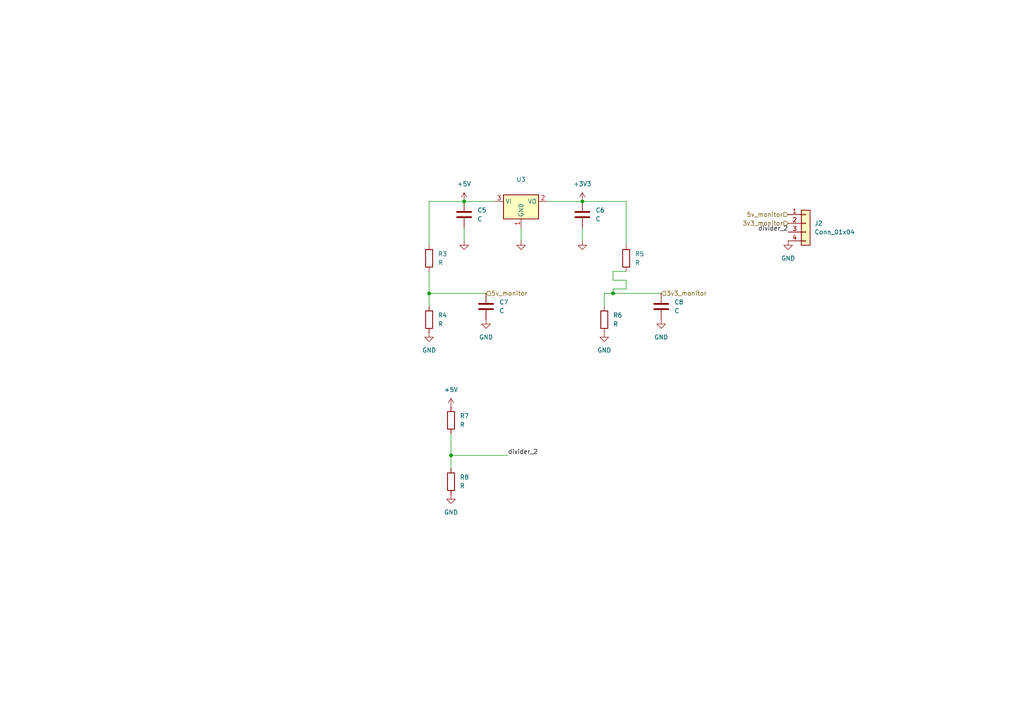
<source format=kicad_sch>
(kicad_sch (version 20231120) (generator "eeschema") (generator_version "8.0")
  (paper "A4")
  (lib_symbols
    (symbol "Connector_Generic:Conn_01x04" (pin_names (offset 1.016) hide)
      (property "Reference" "J" (at 0 5.08 0))
      (property "Value" "Conn_01x04" (at 0 -7.62 0))
      (symbol "Conn_01x04_1_1"
        (rectangle (start -1.27 -4.953) (end 0 -5.207) (stroke (width 0.1524)))
        (rectangle (start -1.27 -2.413) (end 0 -2.667) (stroke (width 0.1524)))
        (rectangle (start -1.27 0.127) (end 0 -0.127) (stroke (width 0.1524)))
        (rectangle (start -1.27 2.667) (end 0 2.413) (stroke (width 0.1524)))
        (rectangle (start -1.27 3.81) (end 1.27 -6.35) (stroke (width 0.254)) (fill (type background)))
        (pin passive line (at -5.08 2.54 0) (length 3.81) (name "Pin_1") (number "1"))
        (pin passive line (at -5.08 0 0) (length 3.81) (name "Pin_2") (number "2"))
        (pin passive line (at -5.08 -2.54 0) (length 3.81) (name "Pin_3") (number "3"))
        (pin passive line (at -5.08 -5.08 0) (length 3.81) (name "Pin_4") (number "4"))
      )
    )
    (symbol "Device:C" (pin_numbers hide) (pin_names (offset 0.254))
      (property "Reference" "C" (at 0.635 2.54 0))
      (property "Value" "C" (at 0.635 -2.54 0))
      (symbol "C_0_1"
        (polyline (pts (xy -2.032 -0.762) (xy 2.032 -0.762)) (stroke (width 0.508)))
        (polyline (pts (xy -2.032 0.762) (xy 2.032 0.762)) (stroke (width 0.508)))
      )
      (symbol "C_1_1"
        (pin passive line (at 0 3.81 270) (length 2.794) (name "~") (number "1"))
        (pin passive line (at 0 -3.81 90) (length 2.794) (name "~") (number "2"))
      )
    )
    (symbol "Device:R" (pin_numbers hide) (pin_names (offset 0))
      (property "Reference" "R" (at 2.032 0 90))
      (property "Value" "R" (at 0 0 90))
      (symbol "R_0_1"
        (rectangle (start -1.016 -2.54) (end 1.016 2.54) (stroke (width 0.254)))
      )
      (symbol "R_1_1"
        (pin passive line (at 0 3.81 270) (length 1.27) (name "~") (number "1"))
        (pin passive line (at 0 -3.81 90) (length 1.27) (name "~") (number "2"))
      )
    )
    (symbol "Regulator_Linear:NCP1117-3.3_SOT223"
      (property "Reference" "U" (at -3.81 3.175 0))
      (property "Value" "NCP1117-3.3_SOT223" (at 0 3.175 0))
      (symbol "NCP1117-3.3_SOT223_0_1"
        (rectangle (start -5.08 -5.08) (end 5.08 1.905) (stroke (width 0.254)) (fill (type background)))
      )
      (symbol "NCP1117-3.3_SOT223_1_1"
        (pin power_in line (at 0 -7.62 90) (length 2.54) (name "GND") (number "1"))
        (pin power_out line (at 7.62 0 180) (length 2.54) (name "VO") (number "2"))
        (pin power_in line (at -7.62 0 0) (length 2.54) (name "VI") (number "3"))
      )
    )
    (symbol "power:+3V3" (power) (pin_numbers hide) (pin_names (offset 0) hide)
      (property "Value" "+3V3" (at 0 3.556 0))
      (symbol "+3V3_0_1"
        (polyline (pts (xy -0.762 1.27) (xy 0 2.54)))
        (polyline (pts (xy 0 0) (xy 0 2.54)))
        (polyline (pts (xy 0 2.54) (xy 0.762 1.27)))
      )
      (symbol "+3V3_1_1"
        (pin power_in line (at 0 0 90) (length 0) (name "~") (number "1"))
      )
    )
    (symbol "power:+5V" (power) (pin_numbers hide) (pin_names (offset 0) hide)
      (property "Value" "+5V" (at 0 3.556 0))
      (symbol "+5V_0_1"
        (polyline (pts (xy -0.762 1.27) (xy 0 2.54)))
        (polyline (pts (xy 0 0) (xy 0 2.54)))
        (polyline (pts (xy 0 2.54) (xy 0.762 1.27)))
      )
      (symbol "+5V_1_1"
        (pin power_in line (at 0 0 90) (length 0) (name "~") (number "1"))
      )
    )
    (symbol "power:GND" (power) (pin_numbers hide) (pin_names (offset 0) hide)
      (property "Value" "GND" (at 0 -3.81 0))
      (symbol "GND_0_1"
        (polyline (pts (xy 0 0) (xy 0 -1.27) (xy 1.27 -1.27) (xy 0 -2.54) (xy -1.27 -1.27) (xy 0 -1.27)))
      )
      (symbol "GND_1_1"
        (pin power_in line (at 0 0 270) (length 0) (name "~") (number "1"))
      )
    )
  )
  (junction (at 124.46 85.09))
  (junction (at 134.62 58.42))
  (junction (at 130.81 132.08))
  (junction (at 168.91 58.42))
  (junction (at 177.8 85.09))
  (wire (pts (xy 124.46 58.42) (xy 134.62 58.42)))
  (wire (pts (xy 130.81 132.08) (xy 130.81 135.89)))
  (wire (pts (xy 130.81 132.08) (xy 147.32 132.08)))
  (wire (pts (xy 175.26 85.09) (xy 175.26 88.9)))
  (wire (pts (xy 168.91 69.85) (xy 168.91 66.04)))
  (wire (pts (xy 124.46 85.09) (xy 140.97 85.09)))
  (wire (pts (xy 177.8 85.09) (xy 191.77 85.09)))
  (wire (pts (xy 124.46 58.42) (xy 124.46 71.12)))
  (wire (pts (xy 158.75 58.42) (xy 168.91 58.42)))
  (wire (pts (xy 177.8 81.28) (xy 181.61 81.28)))
  (wire (pts (xy 130.81 125.73) (xy 130.81 132.08)))
  (wire (pts (xy 134.62 58.42) (xy 143.51 58.42)))
  (wire (pts (xy 177.8 78.74) (xy 177.8 81.28)))
  (wire (pts (xy 181.61 83.82) (xy 177.8 83.82)))
  (wire (pts (xy 181.61 78.74) (xy 177.8 78.74)))
  (wire (pts (xy 181.61 58.42) (xy 168.91 58.42)))
  (wire (pts (xy 177.8 83.82) (xy 177.8 85.09)))
  (wire (pts (xy 134.62 69.85) (xy 134.62 66.04)))
  (wire (pts (xy 175.26 85.09) (xy 177.8 85.09)))
  (wire (pts (xy 181.61 58.42) (xy 181.61 71.12)))
  (wire (pts (xy 151.13 69.85) (xy 151.13 66.04)))
  (wire (pts (xy 181.61 81.28) (xy 181.61 83.82)))
  (wire (pts (xy 124.46 78.74) (xy 124.46 85.09)))
  (wire (pts (xy 124.46 85.09) (xy 124.46 88.9)))
  (label "divider_2" (at 228.6 67.31 180))
  (label "divider_2" (at 147.32 132.08 0))
  (hierarchical_label "5v_monitor" (shape input) (at 140.97 85.09 0))
  (hierarchical_label "5v_monitor" (shape input) (at 228.6 62.23 180))
  (hierarchical_label "3v3_monitor" (shape input) (at 228.6 64.77 180))
  (hierarchical_label "3v3_monitor" (shape input) (at 191.77 85.09 0))
  (symbol (lib_id "Device:R") (at 175.26 92.71 0) (unit 1)
    (property "Reference" "R6" (at 177.8 91.4399 0) (effects (justify left)))
    (property "Value" "R" (at 177.8 93.9799 0) (effects (justify left)))
    (property "Footprint" "Resistor_SMD:R_0603_1608Metric" (effects (hide yes)))
    (property "Description" "Resistor" (effects (hide yes)))
  )
  (symbol (lib_id "power:+5V") (at 130.81 118.11 0) (unit 1)
    (property "Reference" "#PWR024" (effects (hide yes)))
    (property "Value" "+5V" (at 130.81 113.03 0))
    (property "Description" "Power symbol creates a global label with name \"+5V\"" (effects (hide yes)))
  )
  (symbol (lib_id "power:GND") (at 140.97 92.71 0) (unit 1)
    (property "Reference" "#PWR019" (effects (hide yes)))
    (property "Value" "GND" (at 140.97 97.79 0))
    (property "Description" "Power symbol creates a global label with name \"GND\" , ground" (effects (hide yes)))
  )
  (symbol (lib_id "Device:C") (at 191.77 88.9 0) (unit 1)
    (property "Reference" "C8" (at 195.58 87.6299 0) (effects (justify left)))
    (property "Value" "C" (at 195.58 90.1699 0) (effects (justify left)))
    (property "Description" "Unpolarized capacitor" (effects (hide yes)))
  )
  (symbol (lib_id "Device:R") (at 130.81 139.7 0) (unit 1)
    (property "Reference" "R8" (at 133.35 138.4299 0) (effects (justify left)))
    (property "Value" "R" (at 133.35 140.9699 0) (effects (justify left)))
    (property "Footprint" "Resistor_SMD:R_0603_1608Metric" (effects (hide yes)))
    (property "Description" "Resistor" (effects (hide yes)))
  )
  (symbol (lib_id "Connector_Generic:Conn_01x04") (at 233.68 64.77 0) (unit 1)
    (property "Reference" "J2" (at 236.22 64.7699 0) (effects (justify left)))
    (property "Value" "Conn_01x04" (at 236.22 67.3099 0) (effects (justify left)))
    (property "Description" "Generic connector, single row, 01x04, script generated (kicad-library-utils/schlib/autogen/connector/)" (effects (hide yes)))
  )
  (symbol (lib_id "power:GND") (at 134.62 69.85 0) (unit 1)
    (property "Reference" "#PWR010" (effects (hide yes)))
    (property "Value" "GND" (effects (hide yes)))
    (property "Description" "Power symbol creates a global label with name \"GND\" , ground" (effects (hide yes)))
  )
  (symbol (lib_id "power:GND") (at 130.81 143.51 0) (unit 1)
    (property "Reference" "#PWR023" (effects (hide yes)))
    (property "Value" "GND" (at 130.81 148.59 0))
    (property "Description" "Power symbol creates a global label with name \"GND\" , ground" (effects (hide yes)))
  )
  (symbol (lib_id "power:+3V3") (at 168.91 58.42 0) (unit 1)
    (property "Reference" "#PWR016" (effects (hide yes)))
    (property "Value" "+3V3" (at 168.91 53.34 0))
    (property "Description" "Power symbol creates a global label with name \"+3V3\"" (effects (hide yes)))
  )
  (symbol (lib_id "power:GND") (at 151.13 69.85 0) (unit 1)
    (property "Reference" "#PWR015" (effects (hide yes)))
    (property "Value" "GND" (effects (hide yes)))
    (property "Description" "Power symbol creates a global label with name \"GND\" , ground" (effects (hide yes)))
  )
  (symbol (lib_id "Device:R") (at 124.46 92.71 0) (unit 1)
    (property "Reference" "R4" (at 127 91.4399 0) (effects (justify left)))
    (property "Value" "R" (at 127 93.9799 0) (effects (justify left)))
    (property "Footprint" "Resistor_SMD:R_0603_1608Metric" (effects (hide yes)))
    (property "Description" "Resistor" (effects (hide yes)))
  )
  (symbol (lib_id "power:GND") (at 124.46 96.52 0) (unit 1)
    (property "Reference" "#PWR018" (effects (hide yes)))
    (property "Value" "GND" (at 124.46 101.6 0))
    (property "Description" "Power symbol creates a global label with name \"GND\" , ground" (effects (hide yes)))
  )
  (symbol (lib_id "Device:C") (at 134.62 62.23 0) (unit 1)
    (property "Reference" "C5" (at 138.43 60.9599 0) (effects (justify left)))
    (property "Value" "C" (at 138.43 63.4999 0) (effects (justify left)))
    (property "Footprint" "Capacitor_SMD:C_0603_1608Metric" (effects (hide yes)))
    (property "Description" "Unpolarized capacitor" (effects (hide yes)))
  )
  (symbol (lib_id "Device:R") (at 181.61 74.93 0) (unit 1)
    (property "Reference" "R5" (at 184.15 73.6599 0) (effects (justify left)))
    (property "Value" "R" (at 184.15 76.1999 0) (effects (justify left)))
    (property "Footprint" "Resistor_SMD:R_0603_1608Metric" (effects (hide yes)))
    (property "Description" "Resistor" (effects (hide yes)))
  )
  (symbol (lib_id "power:GND") (at 175.26 96.52 0) (unit 1)
    (property "Reference" "#PWR020" (effects (hide yes)))
    (property "Value" "GND" (at 175.26 101.6 0))
    (property "Description" "Power symbol creates a global label with name \"GND\" , ground" (effects (hide yes)))
  )
  (symbol (lib_id "power:GND") (at 228.6 69.85 0) (unit 1)
    (property "Reference" "#PWR022" (effects (hide yes)))
    (property "Value" "GND" (at 228.6 74.93 0))
    (property "Description" "Power symbol creates a global label with name \"GND\" , ground" (effects (hide yes)))
  )
  (symbol (lib_id "Device:R") (at 130.81 121.92 0) (unit 1)
    (property "Reference" "R7" (at 133.35 120.6499 0) (effects (justify left)))
    (property "Value" "R" (at 133.35 123.1899 0) (effects (justify left)))
    (property "Footprint" "Resistor_SMD:R_0603_1608Metric" (effects (hide yes)))
    (property "Description" "Resistor" (effects (hide yes)))
  )
  (symbol (lib_id "Device:C") (at 140.97 88.9 0) (unit 1)
    (property "Reference" "C7" (at 144.78 87.6299 0) (effects (justify left)))
    (property "Value" "C" (at 144.78 90.1699 0) (effects (justify left)))
    (property "Description" "Unpolarized capacitor" (effects (hide yes)))
  )
  (symbol (lib_id "Regulator_Linear:NCP1117-3.3_SOT223") (at 151.13 58.42 0) (unit 1)
    (property "Reference" "U3" (at 151.13 52.07 0))
    (property "Value" "NCP1117-3.3_SOT223" (effects (hide yes)))
    (property "Footprint" "Package_TO_SOT_SMD:SOT-223-3_TabPin2" (effects (hide yes)))
    (property "Datasheet" "http://www.onsemi.com/pub_link/Collateral/NCP1117-D.PDF" (effects (hide yes)))
    (property "Description" "1A Low drop-out regulator, Fixed Output 3.3V, SOT-223" (effects (hide yes)))
  )
  (symbol (lib_id "power:GND") (at 191.77 92.71 0) (unit 1)
    (property "Reference" "#PWR021" (effects (hide yes)))
    (property "Value" "GND" (at 191.77 97.79 0))
    (property "Description" "Power symbol creates a global label with name \"GND\" , ground" (effects (hide yes)))
  )
  (symbol (lib_id "power:GND") (at 168.91 69.85 0) (unit 1)
    (property "Reference" "#PWR017" (effects (hide yes)))
    (property "Value" "GND" (effects (hide yes)))
    (property "Description" "Power symbol creates a global label with name \"GND\" , ground" (effects (hide yes)))
  )
  (symbol (lib_id "Device:C") (at 168.91 62.23 0) (unit 1)
    (property "Reference" "C6" (at 172.72 60.9599 0) (effects (justify left)))
    (property "Value" "C" (at 172.72 63.4999 0) (effects (justify left)))
    (property "Footprint" "Capacitor_SMD:C_0603_1608Metric" (effects (hide yes)))
    (property "Description" "Unpolarized capacitor" (effects (hide yes)))
  )
  (symbol (lib_id "power:+5V") (at 134.62 58.42 0) (unit 1)
    (property "Reference" "#PWR03" (effects (hide yes)))
    (property "Value" "+5V" (at 134.62 53.34 0))
    (property "Description" "Power symbol creates a global label with name \"+5V\"" (effects (hide yes)))
  )
  (symbol (lib_id "Device:R") (at 124.46 74.93 0) (unit 1)
    (property "Reference" "R3" (at 127 73.6599 0) (effects (justify left)))
    (property "Value" "R" (at 127 76.1999 0) (effects (justify left)))
    (property "Footprint" "Resistor_SMD:R_0603_1608Metric" (effects (hide yes)))
    (property "Description" "Resistor" (effects (hide yes)))
  )
)
</source>
